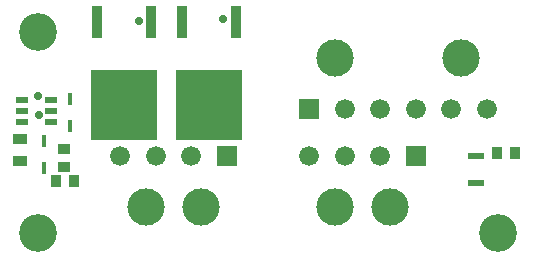
<source format=gts>
G04*
G04 #@! TF.GenerationSoftware,Altium Limited,Altium Designer,21.9.2 (33)*
G04*
G04 Layer_Color=8388736*
%FSLAX25Y25*%
%MOIN*%
G70*
G04*
G04 #@! TF.SameCoordinates,6F936C73-BDDA-4E7B-AE90-99827B4021A3*
G04*
G04*
G04 #@! TF.FilePolarity,Negative*
G04*
G01*
G75*
%ADD13R,0.21900X0.23500*%
%ADD14R,0.03700X0.10800*%
%ADD16R,0.01578X0.04375*%
%ADD18R,0.03962X0.02000*%
%ADD19R,0.04921X0.03369*%
%ADD20R,0.05700X0.02200*%
%ADD21R,0.04343X0.03556*%
%ADD22R,0.03556X0.04343*%
%ADD23C,0.12411*%
%ADD24C,0.06584*%
%ADD25R,0.06584X0.06584*%
%ADD26C,0.12611*%
%ADD27C,0.02769*%
D13*
X38500Y52455D02*
D03*
X67000D02*
D03*
D14*
X29500Y80105D02*
D03*
X47500D02*
D03*
X76000D02*
D03*
X58000D02*
D03*
D16*
X12000Y40528D02*
D03*
Y31472D02*
D03*
X20472Y54528D02*
D03*
Y45472D02*
D03*
D18*
X4518Y54240D02*
D03*
Y50500D02*
D03*
Y46760D02*
D03*
X14380D02*
D03*
Y50500D02*
D03*
Y54240D02*
D03*
D19*
X3937Y41153D02*
D03*
Y33847D02*
D03*
D20*
X156000Y35650D02*
D03*
Y26350D02*
D03*
D21*
X18728Y31878D02*
D03*
Y37783D02*
D03*
D22*
X21953Y27000D02*
D03*
X16047D02*
D03*
X163047Y36500D02*
D03*
X168953D02*
D03*
D23*
X150984Y68189D02*
D03*
X108858D02*
D03*
X64370Y18425D02*
D03*
X45866D02*
D03*
X127362D02*
D03*
X108858D02*
D03*
D24*
X159449Y51181D02*
D03*
X147638D02*
D03*
X135827D02*
D03*
X124016D02*
D03*
X112205D02*
D03*
X61024Y35433D02*
D03*
X49213D02*
D03*
X37402D02*
D03*
X124016D02*
D03*
X112205D02*
D03*
X100394D02*
D03*
D25*
X100394Y51181D02*
D03*
X72835Y35433D02*
D03*
X135827D02*
D03*
D26*
X163386Y9843D02*
D03*
X9843Y76772D02*
D03*
Y9843D02*
D03*
D27*
X10083Y49000D02*
D03*
X9988Y55500D02*
D03*
X71500Y81000D02*
D03*
X43500Y80500D02*
D03*
M02*

</source>
